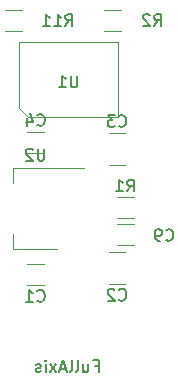
<source format=gbr>
%TF.GenerationSoftware,KiCad,Pcbnew,(6.0.2)*%
%TF.CreationDate,2022-03-14T21:43:21-03:00*%
%TF.ProjectId,9_axis_double,395f6178-6973-45f6-946f-75626c652e6b,rev?*%
%TF.SameCoordinates,Original*%
%TF.FileFunction,Legend,Bot*%
%TF.FilePolarity,Positive*%
%FSLAX46Y46*%
G04 Gerber Fmt 4.6, Leading zero omitted, Abs format (unit mm)*
G04 Created by KiCad (PCBNEW (6.0.2)) date 2022-03-14 21:43:21*
%MOMM*%
%LPD*%
G01*
G04 APERTURE LIST*
%ADD10C,0.150000*%
%ADD11C,0.120000*%
G04 APERTURE END LIST*
D10*
X82909523Y-89328571D02*
X83242857Y-89328571D01*
X83242857Y-89852380D02*
X83242857Y-88852380D01*
X82766666Y-88852380D01*
X81957142Y-89185714D02*
X81957142Y-89852380D01*
X82385714Y-89185714D02*
X82385714Y-89709523D01*
X82338095Y-89804761D01*
X82242857Y-89852380D01*
X82100000Y-89852380D01*
X82004761Y-89804761D01*
X81957142Y-89757142D01*
X81338095Y-89852380D02*
X81433333Y-89804761D01*
X81480952Y-89709523D01*
X81480952Y-88852380D01*
X80814285Y-89852380D02*
X80909523Y-89804761D01*
X80957142Y-89709523D01*
X80957142Y-88852380D01*
X80480952Y-89566666D02*
X80004761Y-89566666D01*
X80576190Y-89852380D02*
X80242857Y-88852380D01*
X79909523Y-89852380D01*
X79671428Y-89852380D02*
X79147619Y-89185714D01*
X79671428Y-89185714D02*
X79147619Y-89852380D01*
X78766666Y-89852380D02*
X78766666Y-89185714D01*
X78766666Y-88852380D02*
X78814285Y-88900000D01*
X78766666Y-88947619D01*
X78719047Y-88900000D01*
X78766666Y-88852380D01*
X78766666Y-88947619D01*
X78338095Y-89804761D02*
X78242857Y-89852380D01*
X78052380Y-89852380D01*
X77957142Y-89804761D01*
X77909523Y-89709523D01*
X77909523Y-89661904D01*
X77957142Y-89566666D01*
X78052380Y-89519047D01*
X78195238Y-89519047D01*
X78290476Y-89471428D01*
X78338095Y-89376190D01*
X78338095Y-89328571D01*
X78290476Y-89233333D01*
X78195238Y-89185714D01*
X78052380Y-89185714D01*
X77957142Y-89233333D01*
%TO.C,U2*%
X78661904Y-70952380D02*
X78661904Y-71761904D01*
X78614285Y-71857142D01*
X78566666Y-71904761D01*
X78471428Y-71952380D01*
X78280952Y-71952380D01*
X78185714Y-71904761D01*
X78138095Y-71857142D01*
X78090476Y-71761904D01*
X78090476Y-70952380D01*
X77661904Y-71047619D02*
X77614285Y-71000000D01*
X77519047Y-70952380D01*
X77280952Y-70952380D01*
X77185714Y-71000000D01*
X77138095Y-71047619D01*
X77090476Y-71142857D01*
X77090476Y-71238095D01*
X77138095Y-71380952D01*
X77709523Y-71952380D01*
X77090476Y-71952380D01*
%TO.C,U1*%
X81461904Y-64752380D02*
X81461904Y-65561904D01*
X81414285Y-65657142D01*
X81366666Y-65704761D01*
X81271428Y-65752380D01*
X81080952Y-65752380D01*
X80985714Y-65704761D01*
X80938095Y-65657142D01*
X80890476Y-65561904D01*
X80890476Y-64752380D01*
X79890476Y-65752380D02*
X80461904Y-65752380D01*
X80176190Y-65752380D02*
X80176190Y-64752380D01*
X80271428Y-64895238D01*
X80366666Y-64990476D01*
X80461904Y-65038095D01*
%TO.C,R11*%
X80442857Y-60552380D02*
X80776190Y-60076190D01*
X81014285Y-60552380D02*
X81014285Y-59552380D01*
X80633333Y-59552380D01*
X80538095Y-59600000D01*
X80490476Y-59647619D01*
X80442857Y-59742857D01*
X80442857Y-59885714D01*
X80490476Y-59980952D01*
X80538095Y-60028571D01*
X80633333Y-60076190D01*
X81014285Y-60076190D01*
X79490476Y-60552380D02*
X80061904Y-60552380D01*
X79776190Y-60552380D02*
X79776190Y-59552380D01*
X79871428Y-59695238D01*
X79966666Y-59790476D01*
X80061904Y-59838095D01*
X78538095Y-60552380D02*
X79109523Y-60552380D01*
X78823809Y-60552380D02*
X78823809Y-59552380D01*
X78919047Y-59695238D01*
X79014285Y-59790476D01*
X79109523Y-59838095D01*
%TO.C,R2*%
X87966666Y-60552380D02*
X88300000Y-60076190D01*
X88538095Y-60552380D02*
X88538095Y-59552380D01*
X88157142Y-59552380D01*
X88061904Y-59600000D01*
X88014285Y-59647619D01*
X87966666Y-59742857D01*
X87966666Y-59885714D01*
X88014285Y-59980952D01*
X88061904Y-60028571D01*
X88157142Y-60076190D01*
X88538095Y-60076190D01*
X87585714Y-59647619D02*
X87538095Y-59600000D01*
X87442857Y-59552380D01*
X87204761Y-59552380D01*
X87109523Y-59600000D01*
X87061904Y-59647619D01*
X87014285Y-59742857D01*
X87014285Y-59838095D01*
X87061904Y-59980952D01*
X87633333Y-60552380D01*
X87014285Y-60552380D01*
%TO.C,R1*%
X85666666Y-74567380D02*
X86000000Y-74091190D01*
X86238095Y-74567380D02*
X86238095Y-73567380D01*
X85857142Y-73567380D01*
X85761904Y-73615000D01*
X85714285Y-73662619D01*
X85666666Y-73757857D01*
X85666666Y-73900714D01*
X85714285Y-73995952D01*
X85761904Y-74043571D01*
X85857142Y-74091190D01*
X86238095Y-74091190D01*
X84714285Y-74567380D02*
X85285714Y-74567380D01*
X85000000Y-74567380D02*
X85000000Y-73567380D01*
X85095238Y-73710238D01*
X85190476Y-73805476D01*
X85285714Y-73853095D01*
%TO.C,C9*%
X88966666Y-78657142D02*
X89014285Y-78704761D01*
X89157142Y-78752380D01*
X89252380Y-78752380D01*
X89395238Y-78704761D01*
X89490476Y-78609523D01*
X89538095Y-78514285D01*
X89585714Y-78323809D01*
X89585714Y-78180952D01*
X89538095Y-77990476D01*
X89490476Y-77895238D01*
X89395238Y-77800000D01*
X89252380Y-77752380D01*
X89157142Y-77752380D01*
X89014285Y-77800000D01*
X88966666Y-77847619D01*
X88490476Y-78752380D02*
X88300000Y-78752380D01*
X88204761Y-78704761D01*
X88157142Y-78657142D01*
X88061904Y-78514285D01*
X88014285Y-78323809D01*
X88014285Y-77942857D01*
X88061904Y-77847619D01*
X88109523Y-77800000D01*
X88204761Y-77752380D01*
X88395238Y-77752380D01*
X88490476Y-77800000D01*
X88538095Y-77847619D01*
X88585714Y-77942857D01*
X88585714Y-78180952D01*
X88538095Y-78276190D01*
X88490476Y-78323809D01*
X88395238Y-78371428D01*
X88204761Y-78371428D01*
X88109523Y-78323809D01*
X88061904Y-78276190D01*
X88014285Y-78180952D01*
%TO.C,C4*%
X78066666Y-68907142D02*
X78114285Y-68954761D01*
X78257142Y-69002380D01*
X78352380Y-69002380D01*
X78495238Y-68954761D01*
X78590476Y-68859523D01*
X78638095Y-68764285D01*
X78685714Y-68573809D01*
X78685714Y-68430952D01*
X78638095Y-68240476D01*
X78590476Y-68145238D01*
X78495238Y-68050000D01*
X78352380Y-68002380D01*
X78257142Y-68002380D01*
X78114285Y-68050000D01*
X78066666Y-68097619D01*
X77209523Y-68335714D02*
X77209523Y-69002380D01*
X77447619Y-67954761D02*
X77685714Y-68669047D01*
X77066666Y-68669047D01*
%TO.C,C3*%
X84966666Y-69007142D02*
X85014285Y-69054761D01*
X85157142Y-69102380D01*
X85252380Y-69102380D01*
X85395238Y-69054761D01*
X85490476Y-68959523D01*
X85538095Y-68864285D01*
X85585714Y-68673809D01*
X85585714Y-68530952D01*
X85538095Y-68340476D01*
X85490476Y-68245238D01*
X85395238Y-68150000D01*
X85252380Y-68102380D01*
X85157142Y-68102380D01*
X85014285Y-68150000D01*
X84966666Y-68197619D01*
X84633333Y-68102380D02*
X84014285Y-68102380D01*
X84347619Y-68483333D01*
X84204761Y-68483333D01*
X84109523Y-68530952D01*
X84061904Y-68578571D01*
X84014285Y-68673809D01*
X84014285Y-68911904D01*
X84061904Y-69007142D01*
X84109523Y-69054761D01*
X84204761Y-69102380D01*
X84490476Y-69102380D01*
X84585714Y-69054761D01*
X84633333Y-69007142D01*
%TO.C,C2*%
X84966666Y-83707142D02*
X85014285Y-83754761D01*
X85157142Y-83802380D01*
X85252380Y-83802380D01*
X85395238Y-83754761D01*
X85490476Y-83659523D01*
X85538095Y-83564285D01*
X85585714Y-83373809D01*
X85585714Y-83230952D01*
X85538095Y-83040476D01*
X85490476Y-82945238D01*
X85395238Y-82850000D01*
X85252380Y-82802380D01*
X85157142Y-82802380D01*
X85014285Y-82850000D01*
X84966666Y-82897619D01*
X84585714Y-82897619D02*
X84538095Y-82850000D01*
X84442857Y-82802380D01*
X84204761Y-82802380D01*
X84109523Y-82850000D01*
X84061904Y-82897619D01*
X84014285Y-82992857D01*
X84014285Y-83088095D01*
X84061904Y-83230952D01*
X84633333Y-83802380D01*
X84014285Y-83802380D01*
%TO.C,C1*%
X78066666Y-83807142D02*
X78114285Y-83854761D01*
X78257142Y-83902380D01*
X78352380Y-83902380D01*
X78495238Y-83854761D01*
X78590476Y-83759523D01*
X78638095Y-83664285D01*
X78685714Y-83473809D01*
X78685714Y-83330952D01*
X78638095Y-83140476D01*
X78590476Y-83045238D01*
X78495238Y-82950000D01*
X78352380Y-82902380D01*
X78257142Y-82902380D01*
X78114285Y-82950000D01*
X78066666Y-82997619D01*
X77114285Y-83902380D02*
X77685714Y-83902380D01*
X77400000Y-83902380D02*
X77400000Y-82902380D01*
X77495238Y-83045238D01*
X77590476Y-83140476D01*
X77685714Y-83188095D01*
D11*
%TO.C,U2*%
X82000000Y-72590000D02*
X75990000Y-72590000D01*
X79750000Y-79410000D02*
X75990000Y-79410000D01*
X75990000Y-79410000D02*
X75990000Y-78150000D01*
X75990000Y-72590000D02*
X75990000Y-73850000D01*
%TO.C,U1*%
X76500000Y-61900000D02*
X76500000Y-67500000D01*
X76500000Y-67500000D02*
X77300000Y-68300000D01*
X77300000Y-68300000D02*
X84900000Y-68300000D01*
X84900000Y-61900000D02*
X76500000Y-61900000D01*
X84900000Y-68300000D02*
X84900000Y-61900000D01*
%TO.C,R11*%
X76777064Y-59190000D02*
X75322936Y-59190000D01*
X76777064Y-61010000D02*
X75322936Y-61010000D01*
%TO.C,R2*%
X85177064Y-59190000D02*
X83722936Y-59190000D01*
X85177064Y-61010000D02*
X83722936Y-61010000D01*
%TO.C,R1*%
X86227064Y-76845000D02*
X84772936Y-76845000D01*
X86227064Y-75025000D02*
X84772936Y-75025000D01*
%TO.C,C9*%
X84788748Y-79110000D02*
X86211252Y-79110000D01*
X84788748Y-77290000D02*
X86211252Y-77290000D01*
%TO.C,C4*%
X78611252Y-71310000D02*
X77188748Y-71310000D01*
X78611252Y-69490000D02*
X77188748Y-69490000D01*
%TO.C,C3*%
X85511252Y-69590000D02*
X84088748Y-69590000D01*
X85511252Y-72310000D02*
X84088748Y-72310000D01*
%TO.C,C2*%
X84088748Y-82410000D02*
X85511252Y-82410000D01*
X84088748Y-79690000D02*
X85511252Y-79690000D01*
%TO.C,C1*%
X77188748Y-80690000D02*
X78611252Y-80690000D01*
X77188748Y-82510000D02*
X78611252Y-82510000D01*
%TD*%
M02*

</source>
